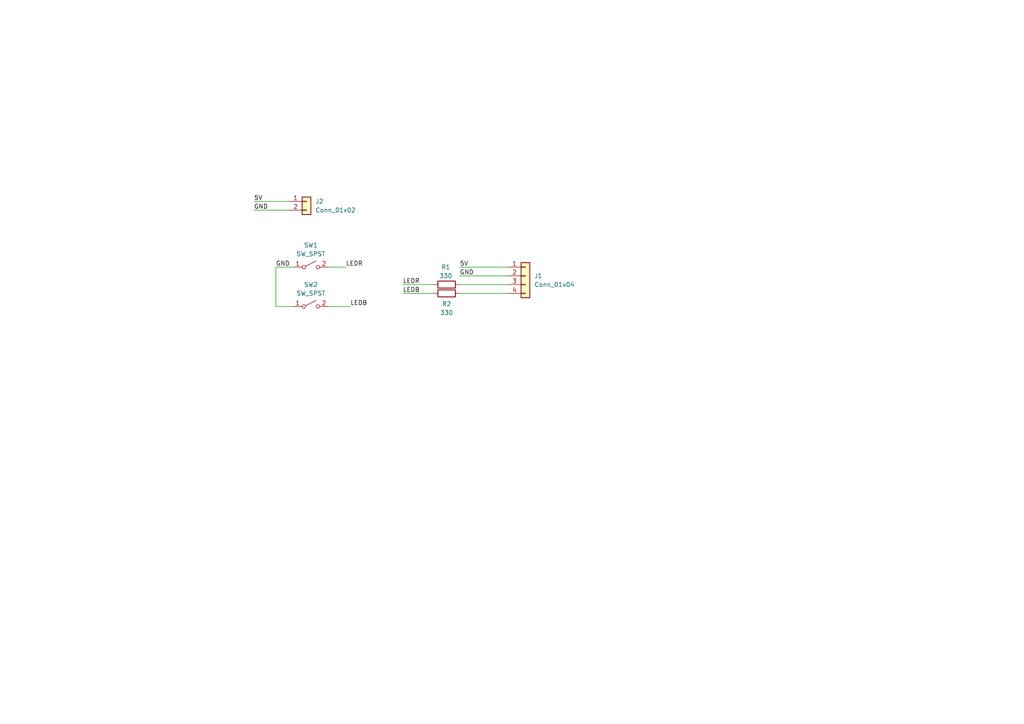
<source format=kicad_sch>
(kicad_sch (version 20231120) (generator "eeschema") (generator_version "8.0")
  (paper "A4")
  (lib_symbols
    (symbol "Connector_Generic:Conn_01x02" (pin_names (offset 1.016) hide)
      (property "Reference" "J" (at 0 2.54 0))
      (property "Value" "Conn_01x02" (at 0 -5.08 0))
      (symbol "Conn_01x02_1_1"
        (rectangle (start -1.27 -2.413) (end 0 -2.667) (stroke (width 0.1524)))
        (rectangle (start -1.27 0.127) (end 0 -0.127) (stroke (width 0.1524)))
        (rectangle (start -1.27 1.27) (end 1.27 -3.81) (stroke (width 0.254)) (fill (type background)))
        (pin passive line (at -5.08 0 0) (length 3.81) (name "Pin_1") (number "1"))
        (pin passive line (at -5.08 -2.54 0) (length 3.81) (name "Pin_2") (number "2"))
      )
    )
    (symbol "Connector_Generic:Conn_01x04" (pin_names (offset 1.016) hide)
      (property "Reference" "J" (at 0 5.08 0))
      (property "Value" "Conn_01x04" (at 0 -7.62 0))
      (symbol "Conn_01x04_1_1"
        (rectangle (start -1.27 -4.953) (end 0 -5.207) (stroke (width 0.1524)))
        (rectangle (start -1.27 -2.413) (end 0 -2.667) (stroke (width 0.1524)))
        (rectangle (start -1.27 0.127) (end 0 -0.127) (stroke (width 0.1524)))
        (rectangle (start -1.27 2.667) (end 0 2.413) (stroke (width 0.1524)))
        (rectangle (start -1.27 3.81) (end 1.27 -6.35) (stroke (width 0.254)) (fill (type background)))
        (pin passive line (at -5.08 2.54 0) (length 3.81) (name "Pin_1") (number "1"))
        (pin passive line (at -5.08 0 0) (length 3.81) (name "Pin_2") (number "2"))
        (pin passive line (at -5.08 -2.54 0) (length 3.81) (name "Pin_3") (number "3"))
        (pin passive line (at -5.08 -5.08 0) (length 3.81) (name "Pin_4") (number "4"))
      )
    )
    (symbol "Device:R" (pin_numbers hide) (pin_names (offset 0))
      (property "Reference" "R" (at 2.032 0 90))
      (property "Value" "R" (at 0 0 90))
      (symbol "R_0_1"
        (rectangle (start -1.016 -2.54) (end 1.016 2.54) (stroke (width 0.254)))
      )
      (symbol "R_1_1"
        (pin passive line (at 0 3.81 270) (length 1.27) (name "~") (number "1"))
        (pin passive line (at 0 -3.81 90) (length 1.27) (name "~") (number "2"))
      )
    )
    (symbol "Switch:SW_SPST" (pin_names (offset 0) hide)
      (property "Reference" "SW" (at 0 3.175 0))
      (property "Value" "SW_SPST" (at 0 -2.54 0))
      (symbol "SW_SPST_0_0"
        (circle (center -2.032 0) (radius 0.508))
        (polyline (pts (xy -1.524 0.254) (xy 1.524 1.778)))
        (circle (center 2.032 0) (radius 0.508))
      )
      (symbol "SW_SPST_1_1"
        (pin passive line (at -5.08 0 0) (length 2.54) (name "A") (number "1"))
        (pin passive line (at 5.08 0 180) (length 2.54) (name "B") (number "2"))
      )
    )
  )
  (wire (pts (xy 133.35 77.47) (xy 147.32 77.47)))
  (wire (pts (xy 116.84 85.09) (xy 125.73 85.09)))
  (wire (pts (xy 80.01 77.47) (xy 85.09 77.47)))
  (wire (pts (xy 133.35 85.09) (xy 147.32 85.09)))
  (wire (pts (xy 133.35 82.55) (xy 147.32 82.55)))
  (wire (pts (xy 73.66 60.96) (xy 83.82 60.96)))
  (wire (pts (xy 80.01 88.9) (xy 85.09 88.9)))
  (wire (pts (xy 95.25 77.47) (xy 100.33 77.47)))
  (wire (pts (xy 133.35 80.01) (xy 147.32 80.01)))
  (wire (pts (xy 116.84 82.55) (xy 125.73 82.55)))
  (wire (pts (xy 73.66 58.42) (xy 83.82 58.42)))
  (wire (pts (xy 101.6 88.9) (xy 95.25 88.9)))
  (wire (pts (xy 80.01 77.47) (xy 80.01 88.9)))
  (label "LEDB" (at 101.6 88.9 0))
  (label "LEDR" (at 116.84 82.55 0))
  (label "LEDR" (at 100.33 77.47 0))
  (label "5V" (at 133.35 77.47 0))
  (label "GND" (at 80.01 77.47 0))
  (label "GND" (at 133.35 80.01 0))
  (label "5V" (at 73.66 58.42 0))
  (label "LEDB" (at 116.84 85.09 0))
  (label "GND" (at 73.66 60.96 0))
  (symbol (lib_id "Device:R") (at 129.54 82.55 270) (unit 1)
    (property "Reference" "R1" (at 129.286 77.47 90))
    (property "Value" "330" (at 129.286 80.01 90))
    (property "Footprint" "Resistor_THT:R_Axial_DIN0207_L6.3mm_D2.5mm_P15.24mm_Horizontal" (effects (hide yes)))
    (property "Description" "Resistor" (effects (hide yes)))
  )
  (symbol (lib_id "Connector_Generic:Conn_01x02") (at 88.9 58.42 0) (unit 1)
    (property "Reference" "J2" (at 91.44 58.4199 0) (effects (justify left)))
    (property "Value" "Conn_01x02" (at 91.44 60.9599 0) (effects (justify left)))
    (property "Footprint" "Connector_PinSocket_2.54mm:PinSocket_1x02_P2.54mm_Vertical" (effects (hide yes)))
    (property "Description" "Generic connector, single row, 01x02, script generated (kicad-library-utils/schlib/autogen/connector/)" (effects (hide yes)))
  )
  (symbol (lib_id "Connector_Generic:Conn_01x04") (at 152.4 80.01 0) (unit 1)
    (property "Reference" "J1" (at 154.94 80.0099 0) (effects (justify left)))
    (property "Value" "Conn_01x04" (at 154.94 82.5499 0) (effects (justify left)))
    (property "Footprint" "Connector_PinSocket_2.54mm:PinSocket_1x04_P2.54mm_Vertical" (effects (hide yes)))
    (property "Description" "Generic connector, single row, 01x04, script generated (kicad-library-utils/schlib/autogen/connector/)" (effects (hide yes)))
  )
  (symbol (lib_id "Device:R") (at 129.54 85.09 90) (unit 1)
    (property "Reference" "R2" (at 129.54 88.138 90))
    (property "Value" "330" (at 129.54 90.678 90))
    (property "Footprint" "Resistor_THT:R_Axial_DIN0207_L6.3mm_D2.5mm_P15.24mm_Horizontal" (effects (hide yes)))
    (property "Description" "Resistor" (effects (hide yes)))
  )
  (symbol (lib_id "Switch:SW_SPST") (at 90.17 88.9 0) (unit 1)
    (property "Reference" "SW2" (at 90.17 82.55 0))
    (property "Value" "SW_SPST" (at 90.17 85.09 0))
    (property "Footprint" "Button_Switch_THT:SW_DIP_SPSTx01_Slide_6.7x4.1mm_W7.62mm_P2.54mm_LowProfile" (effects (hide yes)))
    (property "Description" "Single Pole Single Throw (SPST) switch" (effects (hide yes)))
  )
  (symbol (lib_id "Switch:SW_SPST") (at 90.17 77.47 0) (unit 1)
    (property "Reference" "SW1" (at 90.17 71.12 0))
    (property "Value" "SW_SPST" (at 90.17 73.66 0))
    (property "Footprint" "Button_Switch_THT:SW_DIP_SPSTx01_Slide_6.7x4.1mm_W7.62mm_P2.54mm_LowProfile" (effects (hide yes)))
    (property "Description" "Single Pole Single Throw (SPST) switch" (effects (hide yes)))
  )
)
</source>
